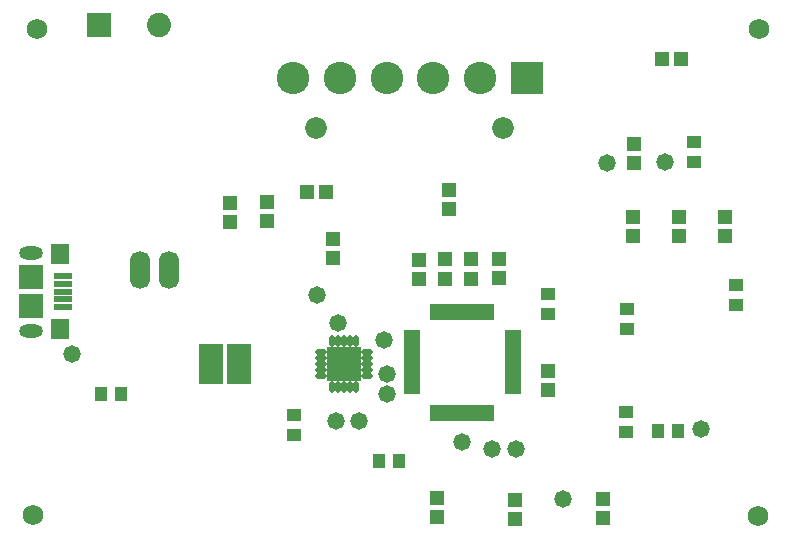
<source format=gts>
G04*
G04 #@! TF.GenerationSoftware,Altium Limited,Altium Designer,19.1.5 (86)*
G04*
G04 Layer_Color=8388736*
%FSLAX25Y25*%
%MOIN*%
G70*
G01*
G75*
%ADD29R,0.04737X0.04343*%
%ADD30R,0.08083X0.13792*%
%ADD31R,0.04737X0.04737*%
%ADD32R,0.04737X0.04737*%
%ADD33R,0.04343X0.04737*%
%ADD34R,0.11627X0.11627*%
%ADD35O,0.03950X0.01784*%
%ADD36O,0.01784X0.03950*%
%ADD37R,0.08280X0.08280*%
%ADD38R,0.06312X0.07099*%
%ADD39R,0.06115X0.02375*%
%ADD40R,0.05524X0.02769*%
%ADD41R,0.02769X0.05524*%
%ADD42R,0.05131X0.04658*%
%ADD43O,0.06737X0.12674*%
%ADD44C,0.07217*%
%ADD45R,0.10839X0.10839*%
%ADD46C,0.10839*%
%ADD47R,0.08083X0.08083*%
%ADD48C,0.08083*%
%ADD49O,0.07887X0.04343*%
%ADD50C,0.02769*%
%ADD51C,0.06800*%
%ADD52C,0.05800*%
D29*
X178500Y75253D02*
D03*
Y81946D02*
D03*
X227300Y125753D02*
D03*
Y132447D02*
D03*
X204500Y42593D02*
D03*
Y35900D02*
D03*
X205000Y76793D02*
D03*
Y70100D02*
D03*
X241300Y78354D02*
D03*
Y85046D02*
D03*
X94000Y41447D02*
D03*
Y34754D02*
D03*
D30*
X75500Y58600D02*
D03*
X66248D02*
D03*
D31*
X145500Y110350D02*
D03*
Y116650D02*
D03*
X162100Y87250D02*
D03*
Y93550D02*
D03*
X135700Y86950D02*
D03*
Y93250D02*
D03*
X107000Y100250D02*
D03*
Y93950D02*
D03*
X85000Y112450D02*
D03*
Y106150D02*
D03*
X72400Y112150D02*
D03*
Y105850D02*
D03*
X207300Y131950D02*
D03*
Y125650D02*
D03*
X237500Y107450D02*
D03*
Y101150D02*
D03*
X207000Y101100D02*
D03*
Y107399D02*
D03*
X222200Y101150D02*
D03*
Y107450D02*
D03*
X196900Y7250D02*
D03*
Y13550D02*
D03*
X167500Y13299D02*
D03*
Y7000D02*
D03*
X141600Y7450D02*
D03*
Y13750D02*
D03*
X178500Y49950D02*
D03*
Y56250D02*
D03*
D32*
X216650Y160300D02*
D03*
X222950D02*
D03*
X98150Y115900D02*
D03*
X104450D02*
D03*
D33*
X215253Y36200D02*
D03*
X221947D02*
D03*
X29553Y48500D02*
D03*
X36246D02*
D03*
X122153Y26100D02*
D03*
X128847D02*
D03*
D34*
X110500Y58600D02*
D03*
D35*
X118276Y62537D02*
D03*
Y60568D02*
D03*
Y58600D02*
D03*
Y56631D02*
D03*
Y54663D02*
D03*
X102724D02*
D03*
Y56631D02*
D03*
Y58600D02*
D03*
Y60568D02*
D03*
Y62537D02*
D03*
D36*
X114437Y50824D02*
D03*
X112469D02*
D03*
X110500D02*
D03*
X108531D02*
D03*
X106563D02*
D03*
Y66376D02*
D03*
X108531D02*
D03*
X110500D02*
D03*
X112469D02*
D03*
X114437D02*
D03*
D37*
X6268Y77976D02*
D03*
Y87424D02*
D03*
D38*
X15914Y70102D02*
D03*
Y95298D02*
D03*
D39*
X16800Y77582D02*
D03*
Y80141D02*
D03*
Y82700D02*
D03*
Y85259D02*
D03*
Y87818D02*
D03*
D40*
X166732Y68470D02*
D03*
Y65793D02*
D03*
Y63116D02*
D03*
Y60439D02*
D03*
Y57761D02*
D03*
Y55084D02*
D03*
Y52407D02*
D03*
Y49730D02*
D03*
X133268D02*
D03*
Y52407D02*
D03*
Y55084D02*
D03*
Y57761D02*
D03*
Y60439D02*
D03*
Y63116D02*
D03*
Y65793D02*
D03*
Y68470D02*
D03*
D41*
X159370Y42368D02*
D03*
X156693D02*
D03*
X154016D02*
D03*
X151339D02*
D03*
X148661D02*
D03*
X145984D02*
D03*
X143307D02*
D03*
X140630D02*
D03*
Y75832D02*
D03*
X143307D02*
D03*
X145984D02*
D03*
X148661D02*
D03*
X151339D02*
D03*
X154016D02*
D03*
X156693D02*
D03*
X159370D02*
D03*
D42*
X144169Y86753D02*
D03*
X152831D02*
D03*
Y93446D02*
D03*
X144169D02*
D03*
D43*
X52321Y89867D02*
D03*
X42479D02*
D03*
D44*
X163705Y137207D02*
D03*
X101342D02*
D03*
D45*
X171500Y153900D02*
D03*
D46*
X155909D02*
D03*
X140319D02*
D03*
X124728D02*
D03*
X109138D02*
D03*
X93547D02*
D03*
D47*
X28800Y171500D02*
D03*
D48*
X48800D02*
D03*
D49*
X6268Y69708D02*
D03*
Y95692D02*
D03*
D50*
Y69708D02*
D03*
Y95692D02*
D03*
X108335Y56435D02*
D03*
Y60765D02*
D03*
X112665Y56435D02*
D03*
Y60765D02*
D03*
D51*
X8200Y170200D02*
D03*
X248800Y170100D02*
D03*
X6800Y8100D02*
D03*
X248600Y7900D02*
D03*
D52*
X183600Y13400D02*
D03*
X229500Y37000D02*
D03*
X19900Y61800D02*
D03*
X198100Y125700D02*
D03*
X217600Y125800D02*
D03*
X150000Y32600D02*
D03*
X124000Y66600D02*
D03*
X168000Y30100D02*
D03*
X160000D02*
D03*
X101500Y81600D02*
D03*
X108500Y72100D02*
D03*
X125000Y55100D02*
D03*
Y48600D02*
D03*
X108000Y39600D02*
D03*
X115500D02*
D03*
M02*

</source>
